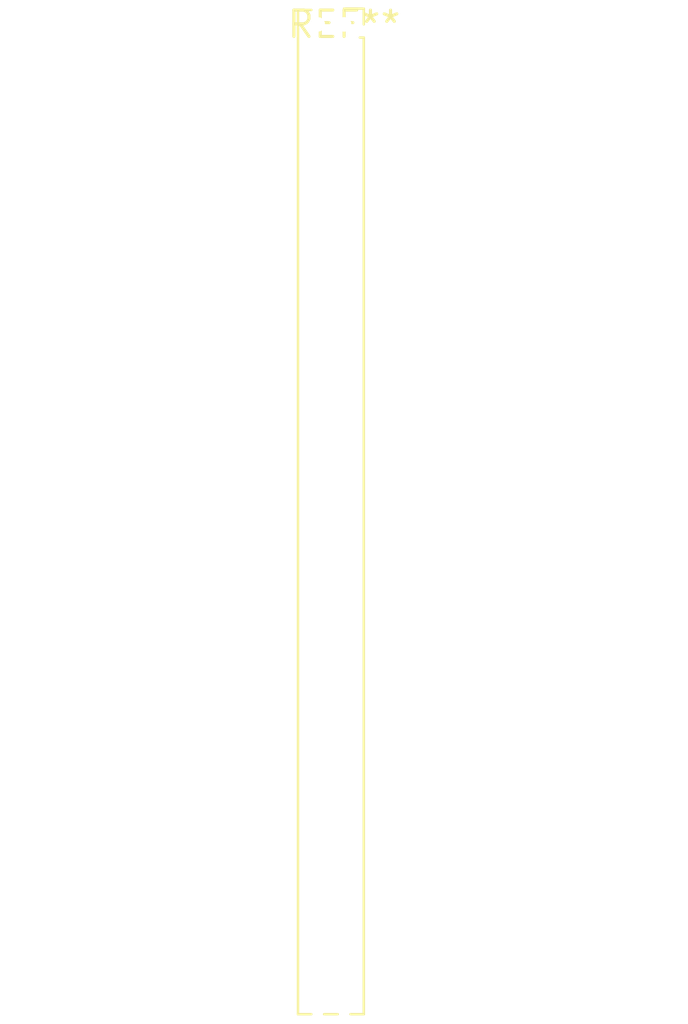
<source format=kicad_pcb>
(kicad_pcb (version 20240108) (generator pcbnew)
  (layers (0 "F.Cu" signal) (31 "B.Cu" signal) (34 "B.Paste" user) (35 "F.Paste" user) (36 "B.SilkS" user "B.Silkscreen") (37 "F.SilkS" user "F.Silkscreen") (38 "B.Mask" user) (39 "F.Mask" user) (44 "Edge.Cuts" user))
  (net 0 "")
  (footprint "PinSocket_2x38_P1.27mm_Vertical" (layer "F.Cu") (at 0 0)
    (property "Reference" "REF**")
    (property "Value" "PinSocket_2x38_P1.27mm_Vertical")
    (fp_line (start -2.22 -0.695) (end -2.22 47.685) (layer "F.SilkS") (stroke (width 0.12)))
    (fp_line (start -2.22 -0.695) (end -1.57753 -0.695) (layer "F.SilkS") (stroke (width 0.12)))
    (fp_line (start -2.22 47.685) (end -1.57753 47.685) (layer "F.SilkS") (stroke (width 0.12)))
    (fp_line (start -0.96247 -0.695) (end -0.76 -0.695) (layer "F.SilkS") (stroke (width 0.12)))
    (fp_line (start -0.96247 47.685) (end -0.30753 47.685) (layer "F.SilkS") (stroke (width 0.12)))
    (fp_line (start 0 -0.76) (end 0.95 -0.76) (layer "F.SilkS") (stroke (width 0.12)))
    (fp_line (start 0.30753 47.685) (end 0.95 47.685) (layer "F.SilkS") (stroke (width 0.12)))
    (fp_line (start 0.76 0.635) (end 0.95 0.635) (layer "F.SilkS") (stroke (width 0.12)))
    (fp_line (start 0.95 -0.76) (end 0.95 0) (layer "F.SilkS") (stroke (width 0.12)))
    (fp_line (start 0.95 0.635) (end 0.95 47.685) (layer "F.SilkS") (stroke (width 0.12)))
    (pad "1" thru_hole rect (at 0 0) (size 1 1) (drill 0.7) (layers *.Cu *.Mask) (remove_unused_layers))
    (pad "2" thru_hole oval (at -1.27 0) (size 1 1) (drill 0.7) (layers *.Cu *.Mask) (remove_unused_layers))
    (pad "3" thru_hole oval (at 0 1.27) (size 1 1) (drill 0.7) (layers *.Cu *.Mask) (remove_unused_layers))
    (pad "4" thru_hole oval (at -1.27 1.27) (size 1 1) (drill 0.7) (layers *.Cu *.Mask) (remove_unused_layers))
    (pad "5" thru_hole oval (at 0 2.54) (size 1 1) (drill 0.7) (layers *.Cu *.Mask) (remove_unused_layers))
    (pad "6" thru_hole oval (at -1.27 2.54) (size 1 1) (drill 0.7) (layers *.Cu *.Mask) (remove_unused_layers))
    (pad "7" thru_hole oval (at 0 3.81) (size 1 1) (drill 0.7) (layers *.Cu *.Mask) (remove_unused_layers))
    (pad "8" thru_hole oval (at -1.27 3.81) (size 1 1) (drill 0.7) (layers *.Cu *.Mask) (remove_unused_layers))
    (pad "9" thru_hole oval (at 0 5.08) (size 1 1) (drill 0.7) (layers *.Cu *.Mask) (remove_unused_layers))
    (pad "10" thru_hole oval (at -1.27 5.08) (size 1 1) (drill 0.7) (layers *.Cu *.Mask) (remove_unused_layers))
    (pad "11" thru_hole oval (at 0 6.35) (size 1 1) (drill 0.7) (layers *.Cu *.Mask) (remove_unused_layers))
    (pad "12" thru_hole oval (at -1.27 6.35) (size 1 1) (drill 0.7) (layers *.Cu *.Mask) (remove_unused_layers))
    (pad "13" thru_hole oval (at 0 7.62) (size 1 1) (drill 0.7) (layers *.Cu *.Mask) (remove_unused_layers))
    (pad "14" thru_hole oval (at -1.27 7.62) (size 1 1) (drill 0.7) (layers *.Cu *.Mask) (remove_unused_layers))
    (pad "15" thru_hole oval (at 0 8.89) (size 1 1) (drill 0.7) (layers *.Cu *.Mask) (remove_unused_layers))
    (pad "16" thru_hole oval (at -1.27 8.89) (size 1 1) (drill 0.7) (layers *.Cu *.Mask) (remove_unused_layers))
    (pad "17" thru_hole oval (at 0 10.16) (size 1 1) (drill 0.7) (layers *.Cu *.Mask) (remove_unused_layers))
    (pad "18" thru_hole oval (at -1.27 10.16) (size 1 1) (drill 0.7) (layers *.Cu *.Mask) (remove_unused_layers))
    (pad "19" thru_hole oval (at 0 11.43) (size 1 1) (drill 0.7) (layers *.Cu *.Mask) (remove_unused_layers))
    (pad "20" thru_hole oval (at -1.27 11.43) (size 1 1) (drill 0.7) (layers *.Cu *.Mask) (remove_unused_layers))
    (pad "21" thru_hole oval (at 0 12.7) (size 1 1) (drill 0.7) (layers *.Cu *.Mask) (remove_unused_layers))
    (pad "22" thru_hole oval (at -1.27 12.7) (size 1 1) (drill 0.7) (layers *.Cu *.Mask) (remove_unused_layers))
    (pad "23" thru_hole oval (at 0 13.97) (size 1 1) (drill 0.7) (layers *.Cu *.Mask) (remove_unused_layers))
    (pad "24" thru_hole oval (at -1.27 13.97) (size 1 1) (drill 0.7) (layers *.Cu *.Mask) (remove_unused_layers))
    (pad "25" thru_hole oval (at 0 15.24) (size 1 1) (drill 0.7) (layers *.Cu *.Mask) (remove_unused_layers))
    (pad "26" thru_hole oval (at -1.27 15.24) (size 1 1) (drill 0.7) (layers *.Cu *.Mask) (remove_unused_layers))
    (pad "27" thru_hole oval (at 0 16.51) (size 1 1) (drill 0.7) (layers *.Cu *.Mask) (remove_unused_layers))
    (pad "28" thru_hole oval (at -1.27 16.51) (size 1 1) (drill 0.7) (layers *.Cu *.Mask) (remove_unused_layers))
    (pad "29" thru_hole oval (at 0 17.78) (size 1 1) (drill 0.7) (layers *.Cu *.Mask) (remove_unused_layers))
    (pad "30" thru_hole oval (at -1.27 17.78) (size 1 1) (drill 0.7) (layers *.Cu *.Mask) (remove_unused_layers))
    (pad "31" thru_hole oval (at 0 19.05) (size 1 1) (drill 0.7) (layers *.Cu *.Mask) (remove_unused_layers))
    (pad "32" thru_hole oval (at -1.27 19.05) (size 1 1) (drill 0.7) (layers *.Cu *.Mask) (remove_unused_layers))
    (pad "33" thru_hole oval (at 0 20.32) (size 1 1) (drill 0.7) (layers *.Cu *.Mask) (remove_unused_layers))
    (pad "34" thru_hole oval (at -1.27 20.32) (size 1 1) (drill 0.7) (layers *.Cu *.Mask) (remove_unused_layers))
    (pad "35" thru_hole oval (at 0 21.59) (size 1 1) (drill 0.7) (layers *.Cu *.Mask) (remove_unused_layers))
    (pad "36" thru_hole oval (at -1.27 21.59) (size 1 1) (drill 0.7) (layers *.Cu *.Mask) (remove_unused_layers))
    (pad "37" thru_hole oval (at 0 22.86) (size 1 1) (drill 0.7) (layers *.Cu *.Mask) (remove_unused_layers))
    (pad "38" thru_hole oval (at -1.27 22.86) (size 1 1) (drill 0.7) (layers *.Cu *.Mask) (remove_unused_layers))
    (pad "39" thru_hole oval (at 0 24.13) (size 1 1) (drill 0.7) (layers *.Cu *.Mask) (remove_unused_layers))
    (pad "40" thru_hole oval (at -1.27 24.13) (size 1 1) (drill 0.7) (layers *.Cu *.Mask) (remove_unused_layers))
    (pad "41" thru_hole oval (at 0 25.4) (size 1 1) (drill 0.7) (layers *.Cu *.Mask) (remove_unused_layers))
    (pad "42" thru_hole oval (at -1.27 25.4) (size 1 1) (drill 0.7) (layers *.Cu *.Mask) (remove_unused_layers))
    (pad "43" thru_hole oval (at 0 26.67) (size 1 1) (drill 0.7) (layers *.Cu *.Mask) (remove_unused_layers))
    (pad "44" thru_hole oval (at -1.27 26.67) (size 1 1) (drill 0.7) (layers *.Cu *.Mask) (remove_unused_layers))
    (pad "45" thru_hole oval (at 0 27.94) (size 1 1) (drill 0.7) (layers *.Cu *.Mask) (remove_unused_layers))
    (pad "46" thru_hole oval (at -1.27 27.94) (size 1 1) (drill 0.7) (layers *.Cu *.Mask) (remove_unused_layers))
    (pad "47" thru_hole oval (at 0 29.21) (size 1 1) (drill 0.7) (layers *.Cu *.Mask) (remove_unused_layers))
    (pad "48" thru_hole oval (at -1.27 29.21) (size 1 1) (drill 0.7) (layers *.Cu *.Mask) (remove_unused_layers))
    (pad "49" thru_hole oval (at 0 30.48) (size 1 1) (drill 0.7) (layers *.Cu *.Mask) (remove_unused_layers))
    (pad "50" thru_hole oval (at -1.27 30.48) (size 1 1) (drill 0.7) (layers *.Cu *.Mask) (remove_unused_layers))
    (pad "51" thru_hole oval (at 0 31.75) (size 1 1) (drill 0.7) (layers *.Cu *.Mask) (remove_unused_layers))
    (pad "52" thru_hole oval (at -1.27 31.75) (size 1 1) (drill 0.7) (layers *.Cu *.Mask) (remove_unused_layers))
    (pad "53" thru_hole oval (at 0 33.02) (size 1 1) (drill 0.7) (layers *.Cu *.Mask) (remove_unused_layers))
    (pad "54" thru_hole oval (at -1.27 33.02) (size 1 1) (drill 0.7) (layers *.Cu *.Mask) (remove_unused_layers))
    (pad "55" thru_hole oval (at 0 34.29) (size 1 1) (drill 0.7) (layers *.Cu *.Mask) (remove_unused_layers))
    (pad "56" thru_hole oval (at -1.27 34.29) (size 1 1) (drill 0.7) (layers *.Cu *.Mask) (remove_unused_layers))
    (pad "57" thru_hole oval (at 0 35.56) (size 1 1) (drill 0.7) (layers *.Cu *.Mask) (remove_unused_layers))
    (pad "58" thru_hole oval (at -1.27 35.56) (size 1 1) (drill 0.7) (layers *.Cu *.Mask) (remove_unused_layers))
    (pad "59" thru_hole oval (at 0 36.83) (size 1 1) (drill 0.7) (layers *.Cu *.Mask) (remove_unused_layers))
    (pad "60" thru_hole oval (at -1.27 36.83) (size 1 1) (drill 0.7) (layers *.Cu *.Mask) (remove_unused_layers))
    (pad "61" thru_hole oval (at 0 38.1) (size 1 1) (drill 0.7) (layers *.Cu *.Mask) (remove_unused_layers))
    (pad "62" thru_hole oval (at -1.27 38.1) (size 1 1) (drill 0.7) (layers *.Cu *.Mask) (remove_unused_layers))
    (pad "63" thru_hole oval (at 0 39.37) (size 1 1) (drill 0.7) (layers *.Cu *.Mask) (remove_unused_layers))
    (pad "64" thru_hole oval (at -1.27 39.37) (size 1 1) (drill 0.7) (layers *.Cu *.Mask) (remove_unused_layers))
    (pad "65" thru_hole oval (at 0 40.64) (size 1 1) (drill 0.7) (layers *.Cu *.Mask) (remove_unused_layers))
    (pad "66" thru_hole oval (at -1.27 40.64) (size 1 1) (drill 0.7) (layers *.Cu *.Mask) (remove_unused_layers))
    (pad "67" thru_hole oval (at 0 41.91) (size 1 1) (drill 0.7) (layers *.Cu *.Mask) (remove_unused_layers))
    (pad "68" thru_hole oval (at -1.27 41.91) (size 1 1) (drill 0.7) (layers *.Cu *.Mask) (remove_unused_layers))
    (pad "69" thru_hole oval (at 0 43.18) (size 1 1) (drill 0.7) (layers *.Cu *.Mask) (remove_unused_layers))
    (pad "70" thru_hole oval (at -1.27 43.18) (size 1 1) (drill 0.7) (layers *.Cu *.Mask) (remove_unused_layers))
    (pad "71" thru_hole oval (at 0 44.45) (size 1 1) (drill 0.7) (layers *.Cu *.Mask) (remove_unused_layers))
    (pad "72" thru_hole oval (at -1.27 44.45) (size 1 1) (drill 0.7) (layers *.Cu *.Mask) (remove_unused_layers))
    (pad "73" thru_hole oval (at 0 45.72) (size 1 1) (drill 0.7) (layers *.Cu *.Mask) (remove_unused_layers))
    (pad "74" thru_hole oval (at -1.27 45.72) (size 1 1) (drill 0.7) (layers *.Cu *.Mask) (remove_unused_layers))
    (pad "75" thru_hole oval (at 0 46.99) (size 1 1) (drill 0.7) (layers *.Cu *.Mask) (remove_unused_layers))
    (pad "76" thru_hole oval (at -1.27 46.99) (size 1 1) (drill 0.7) (layers *.Cu *.Mask) (remove_unused_layers))
  )
)
</source>
